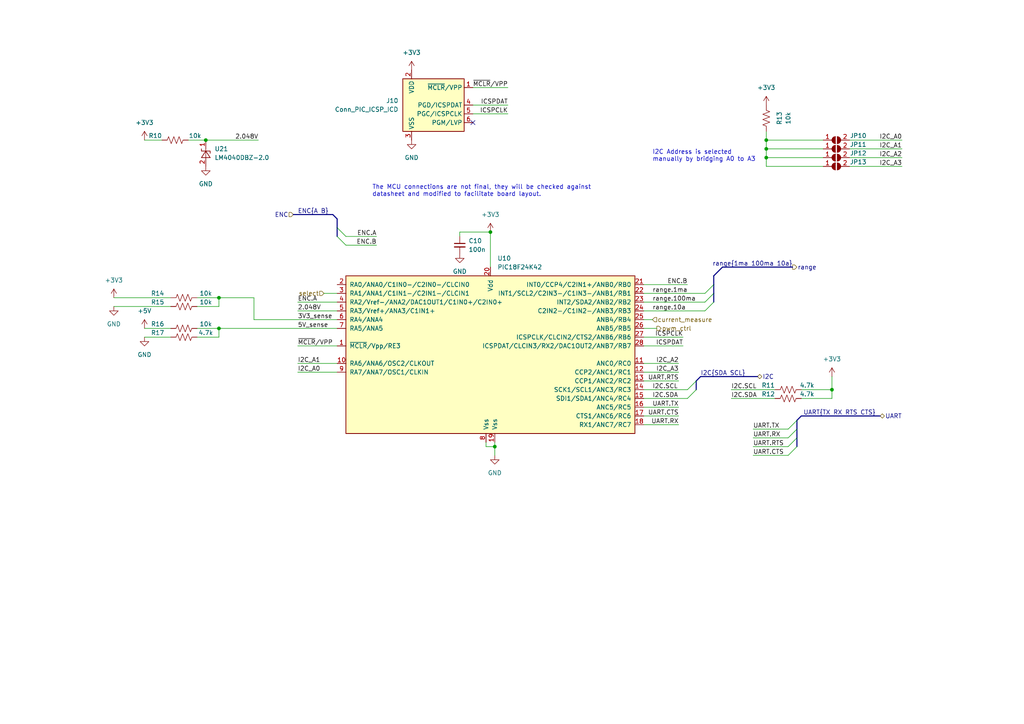
<source format=kicad_sch>
(kicad_sch (version 20211123) (generator eeschema)
  (paper "A4")
  (lib_symbols
    (symbol "0_lib:PIC18F24K42" (pin_names (offset 1.016))
      (property "Reference" "U" (at -41.91 24.13 0))
      (property "Value" "PIC18F24K42" (at 33.02 24.13 0))
      (symbol "PIC18F24K42_0_1"
        (rectangle (start -41.91 22.86) (end 41.91 -22.86) (stroke (width 0.254)) (fill (type background)))
      )
      (symbol "PIC18F24K42_1_1"
        (pin bidirectional line (at -44.45 2.54 0) (length 2.54) (name "~{MCLR}/Vpp/RE3") (number "1"))
        (pin input line (at -44.45 -2.54 0) (length 2.54) (name "RA6/ANA6/OSC2/CLKOUT") (number "10"))
        (pin bidirectional line (at 44.45 -2.54 180) (length 2.54) (name "ANC0/RC0") (number "11"))
        (pin bidirectional line (at 44.45 -5.08 180) (length 2.54) (name "CCP2/ANC1/RC1") (number "12"))
        (pin bidirectional line (at 44.45 -7.62 180) (length 2.54) (name "CCP1/ANC2/RC2") (number "13"))
        (pin bidirectional line (at 44.45 -10.16 180) (length 2.54) (name "SCK1/SCL1/ANC3/RC3") (number "14"))
        (pin bidirectional line (at 44.45 -12.7 180) (length 2.54) (name "SDI1/SDA1/ANC4/RC4") (number "15"))
        (pin bidirectional line (at 44.45 -15.24 180) (length 2.54) (name "ANC5/RC5") (number "16"))
        (pin bidirectional line (at 44.45 -17.78 180) (length 2.54) (name "CTS1/ANC6/RC6") (number "17"))
        (pin bidirectional line (at 44.45 -20.32 180) (length 2.54) (name "RX1/ANC7/RC7") (number "18"))
        (pin power_in line (at 1.27 -25.4 90) (length 2.54) (name "Vss") (number "19"))
        (pin bidirectional line (at -44.45 20.32 0) (length 2.54) (name "RA0/ANA0/C1IN0-/C2IN0-/CLCIN0") (number "2"))
        (pin power_in line (at 0 25.4 270) (length 2.54) (name "Vdd") (number "20"))
        (pin bidirectional line (at 44.45 20.32 180) (length 2.54) (name "INT0/CCP4/C2IN1+/ANB0/RB0") (number "21"))
        (pin bidirectional line (at 44.45 17.78 180) (length 2.54) (name "INT1/SCL2/C2IN3-/C1IN3-/ANB1/RB1") (number "22"))
        (pin bidirectional line (at 44.45 15.24 180) (length 2.54) (name "INT2/SDA2/ANB2/RB2") (number "23"))
        (pin bidirectional line (at 44.45 12.7 180) (length 2.54) (name "C2IN2-/C1IN2-/ANB3/RB3") (number "24"))
        (pin bidirectional line (at 44.45 10.16 180) (length 2.54) (name "ANB4/RB4") (number "25"))
        (pin bidirectional line (at 44.45 7.62 180) (length 2.54) (name "ANB5/RB5") (number "26"))
        (pin bidirectional line (at 44.45 5.08 180) (length 2.54) (name "ICSPCLK/CLCIN2/CTS2/ANB6/RB6") (number "27"))
        (pin bidirectional line (at 44.45 2.54 180) (length 2.54) (name "ICSPDAT/CLCIN3/RX2/DAC1OUT2/ANB7/RB7") (number "28"))
        (pin bidirectional line (at -44.45 17.78 0) (length 2.54) (name "RA1/ANA1/C1IN1-/C2IN1-/CLCIN1") (number "3"))
        (pin bidirectional line (at -44.45 15.24 0) (length 2.54) (name "RA2/Vref-/ANA2/DAC1OUT1/C1IN0+/C2IN0+") (number "4"))
        (pin bidirectional line (at -44.45 12.7 0) (length 2.54) (name "RA3/Vref+/ANA3/C1IN1+") (number "5"))
        (pin power_in line (at -44.45 10.16 0) (length 2.54) (name "RA4/ANA4") (number "6"))
        (pin bidirectional line (at -44.45 7.62 0) (length 2.54) (name "RA5/ANA5") (number "7"))
        (pin power_in line (at -1.27 -25.4 90) (length 2.54) (name "Vss") (number "8"))
        (pin input line (at -44.45 -5.08 0) (length 2.54) (name "RA7/ANA7/OSC1/CLKIN") (number "9"))
      )
    )
    (symbol "Connector:Conn_PIC_ICSP_ICD"
      (property "Reference" "J" (at 6.35 8.89 0))
      (property "Value" "Conn_PIC_ICSP_ICD" (at -8.89 -1.27 90))
      (symbol "Conn_PIC_ICSP_ICD_0_1"
        (rectangle (start -7.62 7.62) (end 10.16 -7.62) (stroke (width 0.254)) (fill (type background)))
      )
      (symbol "Conn_PIC_ICSP_ICD_1_1"
        (pin passive line (at 12.7 5.08 180) (length 2.54) (name "~{MCLR}/VPP") (number "1"))
        (pin passive line (at -5.08 10.16 270) (length 2.54) (name "VDD") (number "2"))
        (pin power_in line (at -5.08 -10.16 90) (length 2.54) (name "VSS") (number "3"))
        (pin bidirectional line (at 12.7 0 180) (length 2.54) (name "PGD/ICSPDAT") (number "4"))
        (pin output line (at 12.7 -2.54 180) (length 2.54) (name "PGC/ICSPCLK") (number "5"))
        (pin output line (at 12.7 -5.08 180) (length 2.54) (name "PGM/LVP") (number "6"))
      )
    )
    (symbol "Device:C_Small" (pin_numbers hide) (pin_names (offset 0.254) hide)
      (property "Reference" "C" (at 0.254 1.778 0))
      (property "Value" "C_Small" (at 0.254 -2.032 0))
      (symbol "C_Small_0_1"
        (polyline (pts (xy -1.524 -0.508) (xy 1.524 -0.508)) (stroke (width 0.3302)))
        (polyline (pts (xy -1.524 0.508) (xy 1.524 0.508)) (stroke (width 0.3048)))
      )
      (symbol "C_Small_1_1"
        (pin passive line (at 0 2.54 270) (length 2.032) (name "~") (number "1"))
        (pin passive line (at 0 -2.54 90) (length 2.032) (name "~") (number "2"))
      )
    )
    (symbol "Device:R_US" (pin_numbers hide) (pin_names (offset 0))
      (property "Reference" "R" (at 2.54 0 90))
      (property "Value" "R_US" (at -2.54 0 90))
      (symbol "R_US_0_1"
        (polyline (pts (xy 0 -2.286) (xy 0 -2.54)))
        (polyline (pts (xy 0 2.286) (xy 0 2.54)))
        (polyline (pts (xy 0 -0.762) (xy 1.016 -1.143) (xy 0 -1.524) (xy -1.016 -1.905) (xy 0 -2.286)))
        (polyline (pts (xy 0 0.762) (xy 1.016 0.381) (xy 0 0) (xy -1.016 -0.381) (xy 0 -0.762)))
        (polyline (pts (xy 0 2.286) (xy 1.016 1.905) (xy 0 1.524) (xy -1.016 1.143) (xy 0 0.762)))
      )
      (symbol "R_US_1_1"
        (pin passive line (at 0 3.81 270) (length 1.27) (name "~") (number "1"))
        (pin passive line (at 0 -3.81 90) (length 1.27) (name "~") (number "2"))
      )
    )
    (symbol "Jumper:SolderJumper_2_Open" (pin_names (offset 0) hide)
      (property "Reference" "JP" (at 0 2.032 0))
      (property "Value" "SolderJumper_2_Open" (at 0 -2.54 0))
      (symbol "SolderJumper_2_Open_0_1"
        (arc (start -0.254 1.016) (mid -1.27 0) (end -0.254 -1.016))
        (arc (start -0.254 1.016) (mid -1.27 0) (end -0.254 -1.016) (fill (type outline)))
        (polyline (pts (xy -0.254 1.016) (xy -0.254 -1.016)))
        (polyline (pts (xy 0.254 1.016) (xy 0.254 -1.016)))
        (arc (start 0.254 -1.016) (mid 1.27 0) (end 0.254 1.016))
        (arc (start 0.254 -1.016) (mid 1.27 0) (end 0.254 1.016) (fill (type outline)))
      )
      (symbol "SolderJumper_2_Open_1_1"
        (pin passive line (at -3.81 0 0) (length 2.54) (name "A") (number "1"))
        (pin passive line (at 3.81 0 180) (length 2.54) (name "B") (number "2"))
      )
    )
    (symbol "Reference_Voltage:LM4040DBZ-2.0" (pin_names (offset 0.0254) hide)
      (property "Reference" "U" (at 0 2.54 0))
      (property "Value" "LM4040DBZ-2.0" (at 0 -3.175 0))
      (symbol "LM4040DBZ-2.0_0_1"
        (polyline (pts (xy -1.27 0) (xy 0 0) (xy 1.27 0)))
        (polyline (pts (xy -1.27 -1.27) (xy 0.635 0) (xy -1.27 1.27) (xy -1.27 -1.27)) (stroke (width 0.2032)))
        (polyline (pts (xy 0 -1.27) (xy 0.635 -1.27) (xy 0.635 1.27) (xy 1.27 1.27)) (stroke (width 0.2032)))
      )
      (symbol "LM4040DBZ-2.0_1_1"
        (pin passive line (at 3.81 0 180) (length 2.54) (name "K") (number "1"))
        (pin passive line (at -3.81 0 0) (length 2.54) (name "A") (number "2"))
      )
    )
    (symbol "power:+3.3V" (power) (pin_names (offset 0))
      (property "Value" "+3.3V" (at 0 3.556 0))
      (symbol "+3.3V_0_1"
        (polyline (pts (xy -0.762 1.27) (xy 0 2.54)))
        (polyline (pts (xy 0 0) (xy 0 2.54)))
        (polyline (pts (xy 0 2.54) (xy 0.762 1.27)))
      )
      (symbol "+3.3V_1_1"
        (pin power_in line (at 0 0 90) (length 0) hide (name "+3V3") (number "1"))
      )
    )
    (symbol "power:+5V" (power) (pin_names (offset 0))
      (property "Value" "+5V" (at 0 3.556 0))
      (symbol "+5V_0_1"
        (polyline (pts (xy -0.762 1.27) (xy 0 2.54)))
        (polyline (pts (xy 0 0) (xy 0 2.54)))
        (polyline (pts (xy 0 2.54) (xy 0.762 1.27)))
      )
      (symbol "+5V_1_1"
        (pin power_in line (at 0 0 90) (length 0) hide (name "+5V") (number "1"))
      )
    )
    (symbol "power:GND" (power) (pin_names (offset 0))
      (property "Value" "GND" (at 0 -3.81 0))
      (symbol "GND_0_1"
        (polyline (pts (xy 0 0) (xy 0 -1.27) (xy 1.27 -1.27) (xy 0 -2.54) (xy -1.27 -1.27) (xy 0 -1.27)))
      )
      (symbol "GND_1_1"
        (pin power_in line (at 0 0 270) (length 0) hide (name "GND") (number "1"))
      )
    )
  )
  (junction (at 241.3 113.03))
  (junction (at 143.51 129.54))
  (junction (at 222.25 45.72))
  (junction (at 63.5 86.36))
  (junction (at 222.25 40.64))
  (junction (at 59.69 40.64))
  (junction (at 222.25 43.18))
  (junction (at 63.5 95.25))
  (junction (at 142.24 67.31))
  (no_connect (at 137.16 35.56))
  (bus_entry (at 207.01 82.55) (size -2.54 2.54))
  (bus_entry (at 231.14 121.92) (size -2.54 2.54))
  (bus_entry (at 231.14 124.46) (size -2.54 2.54))
  (bus_entry (at 97.79 66.04) (size 2.54 2.54))
  (bus_entry (at 231.14 129.54) (size -2.54 2.54))
  (bus_entry (at 201.93 113.03) (size -2.54 2.54))
  (bus_entry (at 231.14 127) (size -2.54 2.54))
  (bus_entry (at 201.93 110.49) (size -2.54 2.54))
  (bus_entry (at 97.79 68.58) (size 2.54 2.54))
  (bus_entry (at 207.01 87.63) (size -2.54 2.54))
  (bus_entry (at 207.01 85.09) (size -2.54 2.54))
  (wire (pts (xy 246.38 40.64) (xy 261.62 40.64)))
  (wire (pts (xy 33.02 88.9) (xy 49.53 88.9)))
  (wire (pts (xy 86.36 105.41) (xy 97.79 105.41)))
  (wire (pts (xy 143.51 129.54) (xy 143.51 128.27)))
  (wire (pts (xy 57.15 95.25) (xy 63.5 95.25)))
  (wire (pts (xy 222.25 43.18) (xy 238.76 43.18)))
  (wire (pts (xy 222.25 45.72) (xy 238.76 45.72)))
  (wire (pts (xy 63.5 97.79) (xy 63.5 95.25)))
  (bus (pts (xy 229.87 77.47) (xy 209.55 77.47)))
  (wire (pts (xy 186.69 113.03) (xy 199.39 113.03)))
  (bus (pts (xy 255.27 120.65) (xy 232.41 120.65)))
  (wire (pts (xy 222.25 40.64) (xy 238.76 40.64)))
  (wire (pts (xy 222.25 45.72) (xy 222.25 43.18)))
  (wire (pts (xy 100.33 68.58) (xy 109.22 68.58)))
  (wire (pts (xy 241.3 113.03) (xy 241.3 109.22)))
  (wire (pts (xy 186.69 105.41) (xy 196.85 105.41)))
  (wire (pts (xy 241.3 115.57) (xy 241.3 113.03)))
  (wire (pts (xy 222.25 40.64) (xy 222.25 38.1)))
  (wire (pts (xy 186.69 87.63) (xy 204.47 87.63)))
  (wire (pts (xy 246.38 43.18) (xy 261.62 43.18)))
  (wire (pts (xy 73.66 92.71) (xy 97.79 92.71)))
  (wire (pts (xy 222.25 48.26) (xy 238.76 48.26)))
  (wire (pts (xy 140.97 129.54) (xy 140.97 128.27)))
  (wire (pts (xy 232.41 115.57) (xy 241.3 115.57)))
  (wire (pts (xy 222.25 48.26) (xy 222.25 45.72)))
  (bus (pts (xy 97.79 63.5) (xy 97.79 66.04)))
  (bus (pts (xy 232.41 120.65) (xy 231.14 121.92)))
  (wire (pts (xy 100.33 71.12) (xy 109.22 71.12)))
  (wire (pts (xy 59.69 40.64) (xy 74.93 40.64)))
  (wire (pts (xy 143.51 129.54) (xy 143.51 132.08)))
  (wire (pts (xy 57.15 97.79) (xy 63.5 97.79)))
  (wire (pts (xy 41.91 40.64) (xy 46.99 40.64)))
  (wire (pts (xy 246.38 48.26) (xy 261.62 48.26)))
  (wire (pts (xy 228.6 124.46) (xy 218.44 124.46)))
  (bus (pts (xy 97.79 63.5) (xy 96.52 62.23)))
  (bus (pts (xy 207.01 80.01) (xy 207.01 82.55)))
  (wire (pts (xy 63.5 88.9) (xy 63.5 86.36)))
  (bus (pts (xy 231.14 121.92) (xy 231.14 124.46)))
  (wire (pts (xy 142.24 67.31) (xy 142.24 77.47)))
  (bus (pts (xy 231.14 127) (xy 231.14 129.54)))
  (wire (pts (xy 186.69 85.09) (xy 204.47 85.09)))
  (wire (pts (xy 147.32 25.4) (xy 137.16 25.4)))
  (wire (pts (xy 93.98 85.09) (xy 97.79 85.09)))
  (bus (pts (xy 219.71 109.22) (xy 203.2 109.22)))
  (wire (pts (xy 133.35 67.31) (xy 142.24 67.31)))
  (wire (pts (xy 228.6 129.54) (xy 218.44 129.54)))
  (wire (pts (xy 186.69 100.33) (xy 198.12 100.33)))
  (wire (pts (xy 41.91 95.25) (xy 49.53 95.25)))
  (wire (pts (xy 147.32 30.48) (xy 137.16 30.48)))
  (bus (pts (xy 97.79 66.04) (xy 97.79 68.58)))
  (wire (pts (xy 222.25 43.18) (xy 222.25 40.64)))
  (bus (pts (xy 209.55 77.47) (xy 207.01 80.01)))
  (wire (pts (xy 186.69 82.55) (xy 199.39 82.55)))
  (wire (pts (xy 228.6 132.08) (xy 218.44 132.08)))
  (wire (pts (xy 86.36 107.95) (xy 97.79 107.95)))
  (wire (pts (xy 140.97 129.54) (xy 143.51 129.54)))
  (wire (pts (xy 212.09 115.57) (xy 224.79 115.57)))
  (wire (pts (xy 190.5 95.25) (xy 186.69 95.25)))
  (wire (pts (xy 33.02 86.36) (xy 49.53 86.36)))
  (wire (pts (xy 186.69 97.79) (xy 198.12 97.79)))
  (wire (pts (xy 57.15 86.36) (xy 63.5 86.36)))
  (wire (pts (xy 186.69 118.11) (xy 196.85 118.11)))
  (wire (pts (xy 186.69 115.57) (xy 199.39 115.57)))
  (wire (pts (xy 54.61 40.64) (xy 59.69 40.64)))
  (bus (pts (xy 231.14 124.46) (xy 231.14 127)))
  (bus (pts (xy 85.09 62.23) (xy 96.52 62.23)))
  (bus (pts (xy 207.01 85.09) (xy 207.01 87.63)))
  (wire (pts (xy 186.69 110.49) (xy 196.85 110.49)))
  (wire (pts (xy 49.53 97.79) (xy 41.91 97.79)))
  (wire (pts (xy 186.69 92.71) (xy 189.23 92.71)))
  (wire (pts (xy 228.6 127) (xy 218.44 127)))
  (bus (pts (xy 201.93 110.49) (xy 201.93 113.03)))
  (wire (pts (xy 186.69 120.65) (xy 196.85 120.65)))
  (wire (pts (xy 86.36 87.63) (xy 97.79 87.63)))
  (wire (pts (xy 246.38 45.72) (xy 261.62 45.72)))
  (wire (pts (xy 133.35 68.58) (xy 133.35 67.31)))
  (bus (pts (xy 203.2 109.22) (xy 201.93 110.49)))
  (wire (pts (xy 57.15 88.9) (xy 63.5 88.9)))
  (wire (pts (xy 86.36 100.33) (xy 97.79 100.33)))
  (wire (pts (xy 232.41 113.03) (xy 241.3 113.03)))
  (wire (pts (xy 212.09 113.03) (xy 224.79 113.03)))
  (wire (pts (xy 186.69 107.95) (xy 196.85 107.95)))
  (wire (pts (xy 73.66 86.36) (xy 73.66 92.71)))
  (wire (pts (xy 63.5 86.36) (xy 73.66 86.36)))
  (wire (pts (xy 186.69 123.19) (xy 196.85 123.19)))
  (wire (pts (xy 63.5 95.25) (xy 97.79 95.25)))
  (wire (pts (xy 186.69 90.17) (xy 204.47 90.17)))
  (wire (pts (xy 137.16 33.02) (xy 147.32 33.02)))
  (wire (pts (xy 86.36 90.17) (xy 97.79 90.17)))
  (bus (pts (xy 207.01 82.55) (xy 207.01 85.09)))
  (text "I2C Address is selected \nmanually by bridging A0 to A3" (at 189.23 46.99 0) (effects (font (size 1.27 1.27)) (justify left bottom)))
  (text "The MCU connections are not final, they will be checked against \ndatasheet and modified to facilitate board layout." (at 107.95 57.15 0) (effects (font (size 1.27 1.27)) (justify left bottom)))
  (label "3V3_sense" (at 86.36 92.71 0))
  (label "UART.RX" (at 218.44 127 0))
  (label "ICSPDAT" (at 147.32 30.48 180))
  (label "ENC.B" (at 109.22 71.12 180))
  (label "UART.TX" (at 218.44 124.46 0))
  (label "~{MCLR}{slash}VPP" (at 86.36 100.33 0))
  (label "UART.CTS" (at 196.85 120.65 180))
  (label "range.10a" (at 189.23 90.17 0))
  (label "I2C_A2" (at 261.62 45.72 180))
  (label "ENC.B" (at 199.39 82.55 180))
  (label "I2C.SDA" (at 189.23 115.57 0))
  (label "2.048V" (at 86.36 90.17 0))
  (label "I2C{SDA SCL}" (at 203.2 109.22 0))
  (label "UART{TX RX RTS CTS}" (at 254 120.65 180))
  (label "ICSPCLK" (at 198.12 97.79 180))
  (label "UART.CTS" (at 218.44 132.08 0))
  (label "ICSPDAT" (at 198.12 100.33 180))
  (label "I2C_A0" (at 261.62 40.64 180))
  (label "I2C_A3" (at 261.62 48.26 180))
  (label "UART.RTS" (at 196.85 110.49 180))
  (label "I2C_A2" (at 196.85 105.41 180))
  (label "range.100ma" (at 189.23 87.63 0))
  (label "UART.RTS" (at 218.44 129.54 0))
  (label "I2C.SDA" (at 212.09 115.57 0))
  (label "I2C_A0" (at 86.36 107.95 0))
  (label "2.048V" (at 74.93 40.64 180))
  (label "I2C.SCL" (at 212.09 113.03 0))
  (label "ENC.A" (at 86.36 87.63 0))
  (label "I2C_A1" (at 261.62 43.18 180))
  (label "~{MCLR}{slash}VPP" (at 147.32 25.4 180))
  (label "ENC{A B}" (at 86.36 62.23 0))
  (label "range{1ma 100ma 10a}" (at 229.87 77.47 180))
  (label "5V_sense" (at 86.36 95.25 0))
  (label "ICSPCLK" (at 147.32 33.02 180))
  (label "ENC.A" (at 109.22 68.58 180))
  (label "UART.TX" (at 196.85 118.11 180))
  (label "I2C.SCL" (at 189.23 113.03 0))
  (label "range.1ma" (at 189.23 85.09 0))
  (label "UART.RX" (at 196.85 123.19 180))
  (label "I2C_A1" (at 86.36 105.41 0))
  (label "I2C_A3" (at 196.85 107.95 180))
  (hierarchical_label "select" (shape input) (at 93.98 85.09 180))
  (hierarchical_label "pwm_ctrl" (shape output) (at 190.5 95.25 0))
  (hierarchical_label "I2C" (shape bidirectional) (at 219.71 109.22 0))
  (hierarchical_label "ENC" (shape input) (at 85.09 62.23 180))
  (hierarchical_label "current_measure" (shape input) (at 189.23 92.71 0))
  (hierarchical_label "UART" (shape bidirectional) (at 255.27 120.65 0))
  (hierarchical_label "range" (shape output) (at 229.87 77.47 0))
  (symbol (lib_id "Device:R_US") (at 228.6 115.57 270) (unit 1)
    (property "Reference" "R12" (at 224.79 114.3 90) (effects (justify right)))
    (property "Value" "4.7k" (at 236.22 114.3 90) (effects (justify right)))
    (property "Footprint" "Resistor_SMD:R_0805_2012Metric" (effects hide))
  )
  (symbol (lib_id "Device:R_US") (at 50.8 40.64 270) (unit 1)
    (property "Reference" "R10" (at 46.99 39.37 90) (effects (justify right)))
    (property "Value" "10k" (at 58.42 39.37 90) (effects (justify right)))
    (property "Footprint" "Resistor_SMD:R_0805_2012Metric" (effects hide))
  )
  (symbol (lib_id "Connector:Conn_PIC_ICSP_ICD") (at 124.46 30.48 0) (unit 1)
    (property "Reference" "J10" (at 115.57 29.2099 0) (effects (justify right)))
    (property "Value" "Conn_PIC_ICSP_ICD" (at 115.57 31.7499 0) (effects (justify right)))
    (property "Footprint" "Connector_PinHeader_2.54mm:PinHeader_1x06_P2.54mm_Horizontal" (effects hide))
    (property "Datasheet" "http://ww1.microchip.com/downloads/en/devicedoc/30277d.pdf" (effects hide))
  )
  (symbol (lib_id "Device:R_US") (at 53.34 86.36 270) (unit 1)
    (property "Reference" "R14" (at 45.72 85.09 90))
    (property "Value" "10k" (at 59.69 85.09 90))
    (property "Footprint" "Resistor_SMD:R_0805_2012Metric" (effects hide))
  )
  (symbol (lib_id "power:GND") (at 59.69 48.26 0) (unit 1)
    (property "Reference" "#PWR0112" (effects hide))
    (property "Value" "GND" (at 59.69 53.34 0))
  )
  (symbol (lib_id "power:+5V") (at 41.91 95.25 0) (unit 1)
    (property "Reference" "#PWR0131" (effects hide))
    (property "Value" "+5V" (at 41.91 90.17 0))
  )
  (symbol (lib_id "power:GND") (at 119.38 40.64 0) (unit 1)
    (property "Reference" "#PWR0127" (effects hide))
    (property "Value" "GND" (at 119.38 45.72 0))
  )
  (symbol (lib_id "power:+3.3V") (at 119.38 20.32 0) (unit 1)
    (property "Reference" "#PWR0128" (effects hide))
    (property "Value" "+3.3V" (at 119.38 15.24 0))
  )
  (symbol (lib_id "Jumper:SolderJumper_2_Open") (at 242.57 40.64 0) (unit 1)
    (property "Reference" "JP10" (at 248.92 39.37 0))
    (property "Value" "SolderJumper_2_Open" (effects hide))
    (property "Footprint" "Jumper:SolderJumper-2_P1.3mm_Open_TrianglePad1.0x1.5mm" (effects hide))
  )
  (symbol (lib_id "Device:R_US") (at 53.34 88.9 90) (unit 1)
    (property "Reference" "R15" (at 45.72 87.63 90))
    (property "Value" "10k" (at 59.69 87.63 90))
    (property "Footprint" "Resistor_SMD:R_0805_2012Metric" (effects hide))
  )
  (symbol (lib_id "power:GND") (at 33.02 88.9 0) (unit 1)
    (property "Reference" "#PWR0129" (effects hide))
    (property "Value" "GND" (at 33.02 93.98 0))
  )
  (symbol (lib_id "power:+3.3V") (at 222.25 30.48 0) (unit 1)
    (property "Reference" "#PWR0110" (effects hide))
    (property "Value" "+3.3V" (at 222.25 25.4 0))
  )
  (symbol (lib_id "0_lib:PIC18F24K42") (at 142.24 102.87 0) (unit 1)
    (property "Reference" "U10" (at 144.2594 74.93 0) (effects (justify left)))
    (property "Value" "PIC18F24K42" (at 144.2594 77.47 0) (effects (justify left)))
    (property "Footprint" "Package_SO:SSOP-28_5.3x10.2mm_P0.65mm" (effects hide))
    (property "Datasheet" "https://ww1.microchip.com/downloads/en/DeviceDoc/PIC18LF24-25K42-Data-Sheet-DS40001869E.pdf" (effects hide))
    (property "Manufacturer" "Microchip" (effects hide))
    (property "PartNumber" "PIC18F24K42" (effects hide))
  )
  (symbol (lib_id "Device:R_US") (at 53.34 95.25 270) (unit 1)
    (property "Reference" "R16" (at 45.72 93.98 90))
    (property "Value" "10k" (at 59.69 93.98 90))
    (property "Footprint" "Resistor_SMD:R_0805_2012Metric" (effects hide))
  )
  (symbol (lib_id "power:GND") (at 143.51 132.08 0) (unit 1)
    (property "Reference" "#PWR0107" (effects hide))
    (property "Value" "GND" (at 143.51 137.16 0))
  )
  (symbol (lib_id "power:GND") (at 41.91 97.79 0) (unit 1)
    (property "Reference" "#PWR0130" (effects hide))
    (property "Value" "GND" (at 41.91 102.87 0))
  )
  (symbol (lib_id "power:GND") (at 133.35 73.66 0) (unit 1)
    (property "Reference" "#PWR0139" (effects hide))
    (property "Value" "GND" (at 133.35 78.74 0))
  )
  (symbol (lib_id "power:+3.3V") (at 241.3 109.22 0) (unit 1)
    (property "Reference" "#PWR0109" (effects hide))
    (property "Value" "+3.3V" (at 241.3 104.14 0))
  )
  (symbol (lib_id "Reference_Voltage:LM4040DBZ-2.0") (at 59.69 44.45 90) (unit 1)
    (property "Reference" "U21" (at 62.23 43.1799 90) (effects (justify right)))
    (property "Value" "LM4040DBZ-2.0" (at 62.23 45.7199 90) (effects (justify right)))
    (property "Footprint" "Package_TO_SOT_SMD:SOT-23" (effects hide))
    (property "Datasheet" "http://www.ti.com/lit/ds/symlink/lm4040-n.pdf" (effects hide))
  )
  (symbol (lib_id "Device:C_Small") (at 133.35 71.12 0) (unit 1)
    (property "Reference" "C10" (at 135.89 69.8562 0) (effects (justify left)))
    (property "Value" "100n" (at 135.89 72.3962 0) (effects (justify left)))
    (property "Footprint" "Capacitor_SMD:C_0402_1005Metric" (effects hide))
  )
  (symbol (lib_id "Device:R_US") (at 222.25 34.29 180) (unit 1)
    (property "Reference" "R13" (at 226.06 34.29 90))
    (property "Value" "10k" (at 228.6 34.29 90))
    (property "Footprint" "Resistor_SMD:R_0805_2012Metric" (effects hide))
  )
  (symbol (lib_id "Device:R_US") (at 228.6 113.03 270) (unit 1)
    (property "Reference" "R11" (at 224.79 111.76 90) (effects (justify right)))
    (property "Value" "4.7k" (at 236.22 111.76 90) (effects (justify right)))
    (property "Footprint" "Resistor_SMD:R_0805_2012Metric" (effects hide))
  )
  (symbol (lib_id "Jumper:SolderJumper_2_Open") (at 242.57 45.72 0) (unit 1)
    (property "Reference" "JP12" (at 248.92 44.45 0))
    (property "Value" "SolderJumper_2_Open" (effects hide))
    (property "Footprint" "Jumper:SolderJumper-2_P1.3mm_Open_TrianglePad1.0x1.5mm" (effects hide))
  )
  (symbol (lib_id "Jumper:SolderJumper_2_Open") (at 242.57 48.26 0) (unit 1)
    (property "Reference" "JP13" (at 248.92 46.99 0))
    (property "Value" "SolderJumper_2_Open" (effects hide))
    (property "Footprint" "Jumper:SolderJumper-2_P1.3mm_Open_TrianglePad1.0x1.5mm" (effects hide))
  )
  (symbol (lib_id "Jumper:SolderJumper_2_Open") (at 242.57 43.18 0) (unit 1)
    (property "Reference" "JP11" (at 248.92 41.91 0))
    (property "Value" "SolderJumper_2_Open" (effects hide))
    (property "Footprint" "Jumper:SolderJumper-2_P1.3mm_Open_TrianglePad1.0x1.5mm" (effects hide))
  )
  (symbol (lib_id "power:+3.3V") (at 142.24 67.31 0) (unit 1)
    (property "Reference" "#PWR0108" (effects hide))
    (property "Value" "+3.3V" (at 142.24 62.23 0))
  )
  (symbol (lib_id "Device:R_US") (at 53.34 97.79 90) (unit 1)
    (property "Reference" "R17" (at 45.72 96.52 90))
    (property "Value" "4.7k" (at 59.69 96.52 90))
    (property "Footprint" "Resistor_SMD:R_0805_2012Metric" (effects hide))
  )
  (symbol (lib_id "power:+3.3V") (at 41.91 40.64 0) (unit 1)
    (property "Reference" "#PWR0111" (effects hide))
    (property "Value" "+3.3V" (at 41.91 35.56 0))
  )
  (symbol (lib_id "power:+3.3V") (at 33.02 86.36 0) (unit 1)
    (property "Reference" "#PWR0132" (effects hide))
    (property "Value" "+3.3V" (at 33.02 81.28 0))
  )
)
</source>
